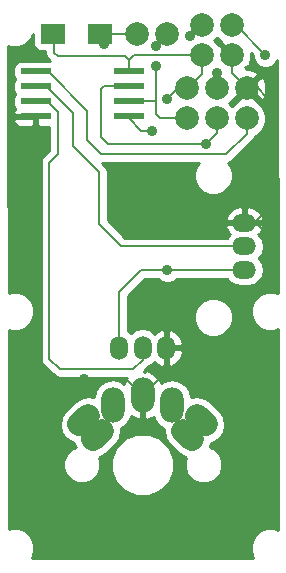
<source format=gbr>
G04 #@! TF.FileFunction,Copper,L1,Top,Signal*
%FSLAX46Y46*%
G04 Gerber Fmt 4.6, Leading zero omitted, Abs format (unit mm)*
G04 Created by KiCad (PCBNEW 4.0.1-stable) date 2018/04/09 0:13:58*
%MOMM*%
G01*
G04 APERTURE LIST*
%ADD10C,0.100000*%
%ADD11C,2.000000*%
%ADD12R,2.000000X1.700000*%
%ADD13C,2.000000*%
%ADD14O,2.000000X3.000000*%
%ADD15O,1.500000X2.000000*%
%ADD16O,2.000000X1.500000*%
%ADD17R,2.500000X0.500000*%
%ADD18C,0.889000*%
%ADD19C,0.203200*%
%ADD20C,0.254000*%
G04 APERTURE END LIST*
D10*
D11*
X148030000Y-92500000D03*
X150570000Y-92500000D03*
X157340000Y-99670000D03*
X157340000Y-97130000D03*
X152260000Y-99670000D03*
X152260000Y-97130000D03*
X154800000Y-99670000D03*
X154800000Y-97130000D03*
X153520000Y-91800000D03*
X156060000Y-91800000D03*
X153520000Y-94340000D03*
X156060000Y-94340000D03*
D12*
X140900000Y-92500000D03*
X144900000Y-92500000D03*
D13*
X153146447Y-124846447D02*
X153853553Y-125553553D01*
X143146447Y-125553553D02*
X143853553Y-124846447D01*
D14*
X148500000Y-123100000D03*
D13*
X151956447Y-126106447D02*
X152663553Y-126813553D01*
D14*
X145960000Y-123920000D03*
X150980000Y-123920000D03*
D13*
X144336447Y-126813553D02*
X145043553Y-126106447D01*
D15*
X146500000Y-119100000D03*
X150500000Y-119100000D03*
D16*
X157100000Y-108500000D03*
X157100000Y-112500000D03*
D15*
X148500000Y-119100000D03*
D16*
X157100000Y-110500000D03*
D17*
X139450000Y-95690000D03*
X139450000Y-96960000D03*
X139450000Y-98230000D03*
X139450000Y-99500000D03*
X147350000Y-99500000D03*
X147350000Y-98230000D03*
X147350000Y-96960000D03*
X147350000Y-95690000D03*
D18*
X147700000Y-104800000D03*
X152600000Y-114700000D03*
X157100000Y-122000000D03*
X156900000Y-131700000D03*
X154000000Y-134600000D03*
X142900000Y-134700000D03*
X139500000Y-131600000D03*
X152800000Y-108500000D03*
X159000000Y-104900000D03*
X143500000Y-121700000D03*
X139450000Y-111700000D03*
X139450000Y-101400000D03*
X149600000Y-93500000D03*
X149600000Y-95200000D03*
X150600000Y-112500000D03*
X150600000Y-98000000D03*
X158900000Y-94300000D03*
X153900000Y-101800000D03*
X149300000Y-100700000D03*
X152500000Y-92700000D03*
X154800000Y-95800000D03*
X145200000Y-93400000D03*
D19*
X157100000Y-122000000D02*
X157100000Y-114700000D01*
X154000000Y-134600000D02*
X156900000Y-131700000D01*
X142600000Y-134700000D02*
X142900000Y-134700000D01*
X139500000Y-131600000D02*
X142600000Y-134700000D01*
X157100000Y-108500000D02*
X152800000Y-108500000D01*
X143500000Y-121700000D02*
X143500000Y-121800000D01*
X139450000Y-99500000D02*
X139450000Y-101400000D01*
X139450000Y-101400000D02*
X139450000Y-111700000D01*
X139450000Y-111700000D02*
X139450000Y-120050000D01*
X147200000Y-121800000D02*
X148500000Y-123100000D01*
X141200000Y-121800000D02*
X143500000Y-121800000D01*
X143500000Y-121800000D02*
X147200000Y-121800000D01*
X139450000Y-120050000D02*
X141200000Y-121800000D01*
X157340000Y-97130000D02*
X158230000Y-97130000D01*
X158230000Y-97130000D02*
X159000000Y-97900000D01*
X159000000Y-107400000D02*
X157900000Y-108500000D01*
X159000000Y-97900000D02*
X159000000Y-104900000D01*
X159000000Y-104900000D02*
X159000000Y-107400000D01*
X157900000Y-108500000D02*
X157100000Y-108500000D01*
X157100000Y-108500000D02*
X158100000Y-108500000D01*
X150500000Y-116100000D02*
X150500000Y-119100000D01*
X151900000Y-114700000D02*
X150500000Y-116100000D01*
X157100000Y-114700000D02*
X152600000Y-114700000D01*
X152600000Y-114700000D02*
X151900000Y-114700000D01*
X158900000Y-112900000D02*
X157100000Y-114700000D01*
X158900000Y-109300000D02*
X158900000Y-112900000D01*
X158100000Y-108500000D02*
X158900000Y-109300000D01*
X150500000Y-119100000D02*
X150500000Y-121100000D01*
X150500000Y-121100000D02*
X148500000Y-123100000D01*
X156060000Y-94340000D02*
X156060000Y-95850000D01*
X156060000Y-95850000D02*
X157340000Y-97130000D01*
X139450000Y-95690000D02*
X140490000Y-95690000D01*
X140490000Y-95690000D02*
X143800000Y-99000000D01*
X143800000Y-99000000D02*
X143800000Y-101500000D01*
X143800000Y-101500000D02*
X145000000Y-102700000D01*
X145000000Y-102700000D02*
X155600000Y-102700000D01*
X155600000Y-102700000D02*
X157340000Y-100960000D01*
X157340000Y-100960000D02*
X157340000Y-99670000D01*
X147350000Y-98230000D02*
X149600000Y-98230000D01*
X149600000Y-98230000D02*
X149600000Y-98200000D01*
X150570000Y-92500000D02*
X150570000Y-92530000D01*
X150570000Y-92530000D02*
X149600000Y-93500000D01*
X149600000Y-95200000D02*
X149600000Y-98200000D01*
X149600000Y-98200000D02*
X149600000Y-99300000D01*
X149600000Y-99300000D02*
X149970000Y-99670000D01*
X149970000Y-99670000D02*
X152260000Y-99670000D01*
X152260000Y-97130000D02*
X151470000Y-97130000D01*
X151470000Y-97130000D02*
X150600000Y-98000000D01*
X157100000Y-112500000D02*
X150600000Y-112500000D01*
X150600000Y-112500000D02*
X148400000Y-112500000D01*
X146500000Y-114400000D02*
X146500000Y-119100000D01*
X148400000Y-112500000D02*
X146500000Y-114400000D01*
X153520000Y-94340000D02*
X153520000Y-95870000D01*
X153520000Y-95870000D02*
X152260000Y-97130000D01*
X147350000Y-94800000D02*
X147350000Y-94750000D01*
X147350000Y-94750000D02*
X147760000Y-94340000D01*
X147760000Y-94340000D02*
X153520000Y-94340000D01*
X147350000Y-95690000D02*
X147350000Y-94800000D01*
X141000000Y-94100000D02*
X141000000Y-92600000D01*
X141300000Y-94400000D02*
X141000000Y-94100000D01*
X147000000Y-94400000D02*
X141300000Y-94400000D01*
X147350000Y-94750000D02*
X147000000Y-94400000D01*
X141000000Y-92600000D02*
X140900000Y-92500000D01*
X156060000Y-91800000D02*
X156400000Y-91800000D01*
X156400000Y-91800000D02*
X158900000Y-94300000D01*
X147350000Y-96960000D02*
X145240000Y-96960000D01*
X154800000Y-100900000D02*
X154800000Y-99670000D01*
X153900000Y-101800000D02*
X154800000Y-100900000D01*
X145600000Y-101800000D02*
X153900000Y-101800000D01*
X145000000Y-101200000D02*
X145600000Y-101800000D01*
X145000000Y-97200000D02*
X145000000Y-101200000D01*
X145240000Y-96960000D02*
X145000000Y-97200000D01*
X147350000Y-99500000D02*
X147350000Y-99650000D01*
X147350000Y-99650000D02*
X148400000Y-100700000D01*
X148400000Y-100700000D02*
X149300000Y-100700000D01*
X153520000Y-91800000D02*
X153400000Y-91800000D01*
X153400000Y-91800000D02*
X152500000Y-92700000D01*
X154800000Y-95800000D02*
X154800000Y-97130000D01*
X139450000Y-96960000D02*
X140360000Y-96960000D01*
X140360000Y-96960000D02*
X142600000Y-99200000D01*
X142600000Y-99200000D02*
X142600000Y-102000000D01*
X142600000Y-102000000D02*
X144800000Y-104200000D01*
X144800000Y-104200000D02*
X144800000Y-108600000D01*
X144800000Y-108600000D02*
X146700000Y-110500000D01*
X146700000Y-110500000D02*
X157100000Y-110500000D01*
X139450000Y-98230000D02*
X140430000Y-98230000D01*
X140430000Y-98230000D02*
X141300000Y-99100000D01*
X147700000Y-120900000D02*
X148500000Y-120100000D01*
X141500000Y-120900000D02*
X147700000Y-120900000D01*
X140600000Y-120000000D02*
X141500000Y-120900000D01*
X140600000Y-103400000D02*
X140600000Y-120000000D01*
X141300000Y-102700000D02*
X140600000Y-103400000D01*
X141300000Y-99100000D02*
X141300000Y-102700000D01*
X148500000Y-120100000D02*
X148500000Y-119100000D01*
X139450000Y-98230000D02*
X138470000Y-98230000D01*
X148500000Y-119800000D02*
X148500000Y-119100000D01*
X144900000Y-92500000D02*
X144900000Y-93100000D01*
X144900000Y-93100000D02*
X145200000Y-93400000D01*
X144900000Y-92500000D02*
X148030000Y-92500000D01*
D20*
G36*
X139252560Y-93350000D02*
X139296838Y-93585317D01*
X139435910Y-93801441D01*
X139648110Y-93946431D01*
X139900000Y-93997440D01*
X140263400Y-93997440D01*
X140263400Y-94100000D01*
X140319470Y-94381885D01*
X140479145Y-94620855D01*
X140650850Y-94792560D01*
X138200000Y-94792560D01*
X137964683Y-94836838D01*
X137748559Y-94975910D01*
X137603569Y-95188110D01*
X137552560Y-95440000D01*
X137552560Y-95940000D01*
X137596838Y-96175317D01*
X137693817Y-96326027D01*
X137603569Y-96458110D01*
X137552560Y-96710000D01*
X137552560Y-97210000D01*
X137596838Y-97445317D01*
X137693817Y-97596027D01*
X137603569Y-97728110D01*
X137552560Y-97980000D01*
X137552560Y-98480000D01*
X137596838Y-98715317D01*
X137690736Y-98861239D01*
X137661673Y-98890302D01*
X137565000Y-99123691D01*
X137565000Y-99216250D01*
X137723750Y-99375000D01*
X139323000Y-99375000D01*
X139323000Y-99353000D01*
X139577000Y-99353000D01*
X139577000Y-99375000D01*
X139597000Y-99375000D01*
X139597000Y-99625000D01*
X139577000Y-99625000D01*
X139577000Y-100226250D01*
X139735750Y-100385000D01*
X140563400Y-100385000D01*
X140563400Y-102394890D01*
X140079145Y-102879145D01*
X139919470Y-103118115D01*
X139863400Y-103400000D01*
X139863400Y-120000000D01*
X139919470Y-120281885D01*
X140079145Y-120520855D01*
X140979145Y-121420855D01*
X141218115Y-121580530D01*
X141500000Y-121636600D01*
X147211427Y-121636600D01*
X147038058Y-121856980D01*
X146964044Y-122120440D01*
X146585687Y-121867630D01*
X145960000Y-121743173D01*
X145334313Y-121867630D01*
X144803880Y-122222053D01*
X144449457Y-122752486D01*
X144345743Y-123273890D01*
X143883130Y-123181870D01*
X143257442Y-123306327D01*
X142727010Y-123660751D01*
X141960750Y-124427010D01*
X141606327Y-124957442D01*
X141481869Y-125583130D01*
X141606327Y-126208818D01*
X141960750Y-126739250D01*
X142491182Y-127093673D01*
X142731202Y-127141416D01*
X142796327Y-127468818D01*
X142830231Y-127519559D01*
X142408800Y-127693691D01*
X141975213Y-128126521D01*
X141740268Y-128692331D01*
X141739734Y-129304981D01*
X141973691Y-129871200D01*
X142406521Y-130304787D01*
X142972331Y-130539732D01*
X143584981Y-130540266D01*
X143645650Y-130515198D01*
X143720030Y-130515263D01*
X144277058Y-130285104D01*
X144703606Y-129859299D01*
X144843322Y-129522825D01*
X145859542Y-129522825D01*
X146260612Y-130493486D01*
X147002607Y-131236778D01*
X147972568Y-131639541D01*
X149022825Y-131640458D01*
X149993486Y-131239388D01*
X150736778Y-130497393D01*
X151139541Y-129527432D01*
X151140458Y-128477175D01*
X150739388Y-127506514D01*
X149997393Y-126763222D01*
X149027432Y-126360459D01*
X147977175Y-126359542D01*
X147006514Y-126760612D01*
X146263222Y-127502607D01*
X145860459Y-128472568D01*
X145859542Y-129522825D01*
X144843322Y-129522825D01*
X144934737Y-129302674D01*
X144935263Y-128699970D01*
X144802838Y-128379476D01*
X144932558Y-128353673D01*
X145462990Y-127999250D01*
X146229249Y-127232990D01*
X146583673Y-126702558D01*
X146708130Y-126076870D01*
X146675418Y-125912414D01*
X147116120Y-125617947D01*
X147470543Y-125087514D01*
X147510069Y-124888803D01*
X147991645Y-125159144D01*
X148119566Y-125190124D01*
X148373000Y-125070777D01*
X148373000Y-123227000D01*
X148353000Y-123227000D01*
X148353000Y-122973000D01*
X148373000Y-122973000D01*
X148373000Y-122953000D01*
X148627000Y-122953000D01*
X148627000Y-122973000D01*
X148647000Y-122973000D01*
X148647000Y-123227000D01*
X148627000Y-123227000D01*
X148627000Y-125070777D01*
X148880434Y-125190124D01*
X149008355Y-125159144D01*
X149435958Y-124919102D01*
X149469457Y-125087514D01*
X149823880Y-125617947D01*
X150317543Y-125947801D01*
X150291869Y-126076870D01*
X150416327Y-126702558D01*
X150770750Y-127232990D01*
X151537010Y-127999249D01*
X152067442Y-128353673D01*
X152197240Y-128379491D01*
X152065263Y-128697326D01*
X152064737Y-129300030D01*
X152294896Y-129857058D01*
X152720701Y-130283606D01*
X153277326Y-130514737D01*
X153352294Y-130514802D01*
X153412331Y-130539732D01*
X154024981Y-130540266D01*
X154591200Y-130306309D01*
X155024787Y-129873479D01*
X155259732Y-129307669D01*
X155260266Y-128695019D01*
X155026309Y-128128800D01*
X154593479Y-127695213D01*
X154169918Y-127519335D01*
X154203673Y-127468817D01*
X154268797Y-127141416D01*
X154508817Y-127093673D01*
X155039249Y-126739249D01*
X155393673Y-126208817D01*
X155518130Y-125583130D01*
X155393673Y-124957442D01*
X155039249Y-124427010D01*
X154272990Y-123660750D01*
X153742558Y-123306327D01*
X153116870Y-123181869D01*
X152596540Y-123285370D01*
X152490543Y-122752486D01*
X152136120Y-122222053D01*
X151605687Y-121867630D01*
X150980000Y-121743173D01*
X150354313Y-121867630D01*
X150026473Y-122086685D01*
X149961942Y-121856980D01*
X149566317Y-121354078D01*
X149008355Y-121040856D01*
X148880434Y-121009876D01*
X148627002Y-121129222D01*
X148627002Y-121014708D01*
X148967712Y-120673998D01*
X149030017Y-120661605D01*
X149479343Y-120361375D01*
X149512638Y-120311546D01*
X149583106Y-120402736D01*
X150055765Y-120673481D01*
X150158815Y-120692318D01*
X150373000Y-120569656D01*
X150373000Y-119227000D01*
X150627000Y-119227000D01*
X150627000Y-120569656D01*
X150841185Y-120692318D01*
X150944235Y-120673481D01*
X151416894Y-120402736D01*
X151749964Y-119971721D01*
X151892739Y-119446055D01*
X151731868Y-119227000D01*
X150627000Y-119227000D01*
X150373000Y-119227000D01*
X150353000Y-119227000D01*
X150353000Y-118973000D01*
X150373000Y-118973000D01*
X150373000Y-117630344D01*
X150627000Y-117630344D01*
X150627000Y-118973000D01*
X151731868Y-118973000D01*
X151892739Y-118753945D01*
X151749964Y-118228279D01*
X151416894Y-117797264D01*
X150944235Y-117526519D01*
X150841185Y-117507682D01*
X150627000Y-117630344D01*
X150373000Y-117630344D01*
X150158815Y-117507682D01*
X150055765Y-117526519D01*
X149583106Y-117797264D01*
X149512638Y-117888454D01*
X149479343Y-117838625D01*
X149030017Y-117538395D01*
X148500000Y-117432968D01*
X147969983Y-117538395D01*
X147520657Y-117838625D01*
X147500000Y-117869540D01*
X147479343Y-117838625D01*
X147236600Y-117676429D01*
X147236600Y-116824785D01*
X152859716Y-116824785D01*
X153108865Y-117427771D01*
X153569802Y-117889513D01*
X154172353Y-118139714D01*
X154824785Y-118140284D01*
X155427771Y-117891135D01*
X155889513Y-117430198D01*
X156139714Y-116827647D01*
X156140284Y-116175215D01*
X155891135Y-115572229D01*
X155430198Y-115110487D01*
X154827647Y-114860286D01*
X154175215Y-114859716D01*
X153572229Y-115108865D01*
X153110487Y-115569802D01*
X152860286Y-116172353D01*
X152859716Y-116824785D01*
X147236600Y-116824785D01*
X147236600Y-114705110D01*
X148705110Y-113236600D01*
X149810002Y-113236600D01*
X149987714Y-113414622D01*
X150384332Y-113579313D01*
X150813784Y-113579687D01*
X151210689Y-113415689D01*
X151390091Y-113236600D01*
X155676429Y-113236600D01*
X155838625Y-113479343D01*
X156287951Y-113779573D01*
X156817968Y-113885000D01*
X157382032Y-113885000D01*
X157912049Y-113779573D01*
X158361375Y-113479343D01*
X158661605Y-113030017D01*
X158767032Y-112500000D01*
X158661605Y-111969983D01*
X158361375Y-111520657D01*
X158330460Y-111500000D01*
X158361375Y-111479343D01*
X158661605Y-111030017D01*
X158767032Y-110500000D01*
X158661605Y-109969983D01*
X158361375Y-109520657D01*
X158311546Y-109487362D01*
X158402736Y-109416894D01*
X158673481Y-108944235D01*
X158692318Y-108841185D01*
X158569656Y-108627000D01*
X157227000Y-108627000D01*
X157227000Y-108647000D01*
X156973000Y-108647000D01*
X156973000Y-108627000D01*
X155630344Y-108627000D01*
X155507682Y-108841185D01*
X155526519Y-108944235D01*
X155797264Y-109416894D01*
X155888454Y-109487362D01*
X155838625Y-109520657D01*
X155676429Y-109763400D01*
X147005110Y-109763400D01*
X145536600Y-108294890D01*
X145536600Y-108158815D01*
X155507682Y-108158815D01*
X155630344Y-108373000D01*
X156973000Y-108373000D01*
X156973000Y-107268132D01*
X157227000Y-107268132D01*
X157227000Y-108373000D01*
X158569656Y-108373000D01*
X158692318Y-108158815D01*
X158673481Y-108055765D01*
X158402736Y-107583106D01*
X157971721Y-107250036D01*
X157446055Y-107107261D01*
X157227000Y-107268132D01*
X156973000Y-107268132D01*
X156753945Y-107107261D01*
X156228279Y-107250036D01*
X155797264Y-107583106D01*
X155526519Y-108055765D01*
X155507682Y-108158815D01*
X145536600Y-108158815D01*
X145536600Y-104200000D01*
X145480530Y-103918115D01*
X145320855Y-103679145D01*
X145078310Y-103436600D01*
X153243922Y-103436600D01*
X153110487Y-103569802D01*
X152860286Y-104172353D01*
X152859716Y-104824785D01*
X153108865Y-105427771D01*
X153569802Y-105889513D01*
X154172353Y-106139714D01*
X154824785Y-106140284D01*
X155427771Y-105891135D01*
X155889513Y-105430198D01*
X156139714Y-104827647D01*
X156140284Y-104175215D01*
X155891135Y-103572229D01*
X155729941Y-103410753D01*
X155881885Y-103380530D01*
X156120855Y-103220855D01*
X157860855Y-101480855D01*
X157973489Y-101312286D01*
X158020530Y-101241885D01*
X158038735Y-101150361D01*
X158264943Y-101056894D01*
X158725278Y-100597363D01*
X158974716Y-99996648D01*
X158975284Y-99346205D01*
X158726894Y-98745057D01*
X158300022Y-98317438D01*
X158312927Y-98282532D01*
X157340000Y-97309605D01*
X156367073Y-98282532D01*
X156380164Y-98317938D01*
X156069801Y-98627759D01*
X155842241Y-98399801D01*
X156152562Y-98090022D01*
X156187468Y-98102927D01*
X157160395Y-97130000D01*
X157519605Y-97130000D01*
X158492532Y-98102927D01*
X158759387Y-98004264D01*
X158985908Y-97394539D01*
X158961856Y-96744540D01*
X158759387Y-96255736D01*
X158492532Y-96157073D01*
X157519605Y-97130000D01*
X157160395Y-97130000D01*
X157146253Y-97115858D01*
X157325858Y-96936253D01*
X157340000Y-96950395D01*
X158312927Y-95977468D01*
X158214264Y-95710613D01*
X157604539Y-95484092D01*
X157257070Y-95496950D01*
X157326814Y-95427206D01*
X157212534Y-95312926D01*
X157479387Y-95214264D01*
X157705908Y-94604539D01*
X157688351Y-94130061D01*
X157820532Y-94262242D01*
X157820313Y-94513784D01*
X157984311Y-94910689D01*
X158287714Y-95214622D01*
X158684332Y-95379313D01*
X159113784Y-95379687D01*
X159510689Y-95215689D01*
X159814622Y-94912286D01*
X159881156Y-94752056D01*
X159924050Y-114483363D01*
X159627647Y-114360286D01*
X158975215Y-114359716D01*
X158372229Y-114608865D01*
X157910487Y-115069802D01*
X157660286Y-115672353D01*
X157659716Y-116324785D01*
X157908865Y-116927771D01*
X158369802Y-117389513D01*
X158972353Y-117639714D01*
X159624785Y-117640284D01*
X159930638Y-117513908D01*
X159967567Y-134501433D01*
X159627647Y-134360286D01*
X158975215Y-134359716D01*
X158372229Y-134608865D01*
X157910487Y-135069802D01*
X157660286Y-135672353D01*
X157659716Y-136324785D01*
X157886234Y-136873000D01*
X139113264Y-136873000D01*
X139339714Y-136327647D01*
X139340284Y-135675215D01*
X139091135Y-135072229D01*
X138630198Y-134610487D01*
X138027647Y-134360286D01*
X137375215Y-134359716D01*
X137221399Y-134423271D01*
X137184744Y-117561812D01*
X137372353Y-117639714D01*
X138024785Y-117640284D01*
X138627771Y-117391135D01*
X139089513Y-116930198D01*
X139339714Y-116327647D01*
X139340284Y-115675215D01*
X139091135Y-115072229D01*
X138630198Y-114610487D01*
X138027647Y-114360286D01*
X137375215Y-114359716D01*
X137177960Y-114441220D01*
X137146097Y-99783750D01*
X137565000Y-99783750D01*
X137565000Y-99876309D01*
X137661673Y-100109698D01*
X137840301Y-100288327D01*
X138073690Y-100385000D01*
X139164250Y-100385000D01*
X139323000Y-100226250D01*
X139323000Y-99625000D01*
X137723750Y-99625000D01*
X137565000Y-99783750D01*
X137146097Y-99783750D01*
X137132523Y-93540128D01*
X137372353Y-93639714D01*
X138024785Y-93640284D01*
X138627771Y-93391135D01*
X139089513Y-92930198D01*
X139252560Y-92537537D01*
X139252560Y-93350000D01*
X139252560Y-93350000D01*
G37*
X139252560Y-93350000D02*
X139296838Y-93585317D01*
X139435910Y-93801441D01*
X139648110Y-93946431D01*
X139900000Y-93997440D01*
X140263400Y-93997440D01*
X140263400Y-94100000D01*
X140319470Y-94381885D01*
X140479145Y-94620855D01*
X140650850Y-94792560D01*
X138200000Y-94792560D01*
X137964683Y-94836838D01*
X137748559Y-94975910D01*
X137603569Y-95188110D01*
X137552560Y-95440000D01*
X137552560Y-95940000D01*
X137596838Y-96175317D01*
X137693817Y-96326027D01*
X137603569Y-96458110D01*
X137552560Y-96710000D01*
X137552560Y-97210000D01*
X137596838Y-97445317D01*
X137693817Y-97596027D01*
X137603569Y-97728110D01*
X137552560Y-97980000D01*
X137552560Y-98480000D01*
X137596838Y-98715317D01*
X137690736Y-98861239D01*
X137661673Y-98890302D01*
X137565000Y-99123691D01*
X137565000Y-99216250D01*
X137723750Y-99375000D01*
X139323000Y-99375000D01*
X139323000Y-99353000D01*
X139577000Y-99353000D01*
X139577000Y-99375000D01*
X139597000Y-99375000D01*
X139597000Y-99625000D01*
X139577000Y-99625000D01*
X139577000Y-100226250D01*
X139735750Y-100385000D01*
X140563400Y-100385000D01*
X140563400Y-102394890D01*
X140079145Y-102879145D01*
X139919470Y-103118115D01*
X139863400Y-103400000D01*
X139863400Y-120000000D01*
X139919470Y-120281885D01*
X140079145Y-120520855D01*
X140979145Y-121420855D01*
X141218115Y-121580530D01*
X141500000Y-121636600D01*
X147211427Y-121636600D01*
X147038058Y-121856980D01*
X146964044Y-122120440D01*
X146585687Y-121867630D01*
X145960000Y-121743173D01*
X145334313Y-121867630D01*
X144803880Y-122222053D01*
X144449457Y-122752486D01*
X144345743Y-123273890D01*
X143883130Y-123181870D01*
X143257442Y-123306327D01*
X142727010Y-123660751D01*
X141960750Y-124427010D01*
X141606327Y-124957442D01*
X141481869Y-125583130D01*
X141606327Y-126208818D01*
X141960750Y-126739250D01*
X142491182Y-127093673D01*
X142731202Y-127141416D01*
X142796327Y-127468818D01*
X142830231Y-127519559D01*
X142408800Y-127693691D01*
X141975213Y-128126521D01*
X141740268Y-128692331D01*
X141739734Y-129304981D01*
X141973691Y-129871200D01*
X142406521Y-130304787D01*
X142972331Y-130539732D01*
X143584981Y-130540266D01*
X143645650Y-130515198D01*
X143720030Y-130515263D01*
X144277058Y-130285104D01*
X144703606Y-129859299D01*
X144843322Y-129522825D01*
X145859542Y-129522825D01*
X146260612Y-130493486D01*
X147002607Y-131236778D01*
X147972568Y-131639541D01*
X149022825Y-131640458D01*
X149993486Y-131239388D01*
X150736778Y-130497393D01*
X151139541Y-129527432D01*
X151140458Y-128477175D01*
X150739388Y-127506514D01*
X149997393Y-126763222D01*
X149027432Y-126360459D01*
X147977175Y-126359542D01*
X147006514Y-126760612D01*
X146263222Y-127502607D01*
X145860459Y-128472568D01*
X145859542Y-129522825D01*
X144843322Y-129522825D01*
X144934737Y-129302674D01*
X144935263Y-128699970D01*
X144802838Y-128379476D01*
X144932558Y-128353673D01*
X145462990Y-127999250D01*
X146229249Y-127232990D01*
X146583673Y-126702558D01*
X146708130Y-126076870D01*
X146675418Y-125912414D01*
X147116120Y-125617947D01*
X147470543Y-125087514D01*
X147510069Y-124888803D01*
X147991645Y-125159144D01*
X148119566Y-125190124D01*
X148373000Y-125070777D01*
X148373000Y-123227000D01*
X148353000Y-123227000D01*
X148353000Y-122973000D01*
X148373000Y-122973000D01*
X148373000Y-122953000D01*
X148627000Y-122953000D01*
X148627000Y-122973000D01*
X148647000Y-122973000D01*
X148647000Y-123227000D01*
X148627000Y-123227000D01*
X148627000Y-125070777D01*
X148880434Y-125190124D01*
X149008355Y-125159144D01*
X149435958Y-124919102D01*
X149469457Y-125087514D01*
X149823880Y-125617947D01*
X150317543Y-125947801D01*
X150291869Y-126076870D01*
X150416327Y-126702558D01*
X150770750Y-127232990D01*
X151537010Y-127999249D01*
X152067442Y-128353673D01*
X152197240Y-128379491D01*
X152065263Y-128697326D01*
X152064737Y-129300030D01*
X152294896Y-129857058D01*
X152720701Y-130283606D01*
X153277326Y-130514737D01*
X153352294Y-130514802D01*
X153412331Y-130539732D01*
X154024981Y-130540266D01*
X154591200Y-130306309D01*
X155024787Y-129873479D01*
X155259732Y-129307669D01*
X155260266Y-128695019D01*
X155026309Y-128128800D01*
X154593479Y-127695213D01*
X154169918Y-127519335D01*
X154203673Y-127468817D01*
X154268797Y-127141416D01*
X154508817Y-127093673D01*
X155039249Y-126739249D01*
X155393673Y-126208817D01*
X155518130Y-125583130D01*
X155393673Y-124957442D01*
X155039249Y-124427010D01*
X154272990Y-123660750D01*
X153742558Y-123306327D01*
X153116870Y-123181869D01*
X152596540Y-123285370D01*
X152490543Y-122752486D01*
X152136120Y-122222053D01*
X151605687Y-121867630D01*
X150980000Y-121743173D01*
X150354313Y-121867630D01*
X150026473Y-122086685D01*
X149961942Y-121856980D01*
X149566317Y-121354078D01*
X149008355Y-121040856D01*
X148880434Y-121009876D01*
X148627002Y-121129222D01*
X148627002Y-121014708D01*
X148967712Y-120673998D01*
X149030017Y-120661605D01*
X149479343Y-120361375D01*
X149512638Y-120311546D01*
X149583106Y-120402736D01*
X150055765Y-120673481D01*
X150158815Y-120692318D01*
X150373000Y-120569656D01*
X150373000Y-119227000D01*
X150627000Y-119227000D01*
X150627000Y-120569656D01*
X150841185Y-120692318D01*
X150944235Y-120673481D01*
X151416894Y-120402736D01*
X151749964Y-119971721D01*
X151892739Y-119446055D01*
X151731868Y-119227000D01*
X150627000Y-119227000D01*
X150373000Y-119227000D01*
X150353000Y-119227000D01*
X150353000Y-118973000D01*
X150373000Y-118973000D01*
X150373000Y-117630344D01*
X150627000Y-117630344D01*
X150627000Y-118973000D01*
X151731868Y-118973000D01*
X151892739Y-118753945D01*
X151749964Y-118228279D01*
X151416894Y-117797264D01*
X150944235Y-117526519D01*
X150841185Y-117507682D01*
X150627000Y-117630344D01*
X150373000Y-117630344D01*
X150158815Y-117507682D01*
X150055765Y-117526519D01*
X149583106Y-117797264D01*
X149512638Y-117888454D01*
X149479343Y-117838625D01*
X149030017Y-117538395D01*
X148500000Y-117432968D01*
X147969983Y-117538395D01*
X147520657Y-117838625D01*
X147500000Y-117869540D01*
X147479343Y-117838625D01*
X147236600Y-117676429D01*
X147236600Y-116824785D01*
X152859716Y-116824785D01*
X153108865Y-117427771D01*
X153569802Y-117889513D01*
X154172353Y-118139714D01*
X154824785Y-118140284D01*
X155427771Y-117891135D01*
X155889513Y-117430198D01*
X156139714Y-116827647D01*
X156140284Y-116175215D01*
X155891135Y-115572229D01*
X155430198Y-115110487D01*
X154827647Y-114860286D01*
X154175215Y-114859716D01*
X153572229Y-115108865D01*
X153110487Y-115569802D01*
X152860286Y-116172353D01*
X152859716Y-116824785D01*
X147236600Y-116824785D01*
X147236600Y-114705110D01*
X148705110Y-113236600D01*
X149810002Y-113236600D01*
X149987714Y-113414622D01*
X150384332Y-113579313D01*
X150813784Y-113579687D01*
X151210689Y-113415689D01*
X151390091Y-113236600D01*
X155676429Y-113236600D01*
X155838625Y-113479343D01*
X156287951Y-113779573D01*
X156817968Y-113885000D01*
X157382032Y-113885000D01*
X157912049Y-113779573D01*
X158361375Y-113479343D01*
X158661605Y-113030017D01*
X158767032Y-112500000D01*
X158661605Y-111969983D01*
X158361375Y-111520657D01*
X158330460Y-111500000D01*
X158361375Y-111479343D01*
X158661605Y-111030017D01*
X158767032Y-110500000D01*
X158661605Y-109969983D01*
X158361375Y-109520657D01*
X158311546Y-109487362D01*
X158402736Y-109416894D01*
X158673481Y-108944235D01*
X158692318Y-108841185D01*
X158569656Y-108627000D01*
X157227000Y-108627000D01*
X157227000Y-108647000D01*
X156973000Y-108647000D01*
X156973000Y-108627000D01*
X155630344Y-108627000D01*
X155507682Y-108841185D01*
X155526519Y-108944235D01*
X155797264Y-109416894D01*
X155888454Y-109487362D01*
X155838625Y-109520657D01*
X155676429Y-109763400D01*
X147005110Y-109763400D01*
X145536600Y-108294890D01*
X145536600Y-108158815D01*
X155507682Y-108158815D01*
X155630344Y-108373000D01*
X156973000Y-108373000D01*
X156973000Y-107268132D01*
X157227000Y-107268132D01*
X157227000Y-108373000D01*
X158569656Y-108373000D01*
X158692318Y-108158815D01*
X158673481Y-108055765D01*
X158402736Y-107583106D01*
X157971721Y-107250036D01*
X157446055Y-107107261D01*
X157227000Y-107268132D01*
X156973000Y-107268132D01*
X156753945Y-107107261D01*
X156228279Y-107250036D01*
X155797264Y-107583106D01*
X155526519Y-108055765D01*
X155507682Y-108158815D01*
X145536600Y-108158815D01*
X145536600Y-104200000D01*
X145480530Y-103918115D01*
X145320855Y-103679145D01*
X145078310Y-103436600D01*
X153243922Y-103436600D01*
X153110487Y-103569802D01*
X152860286Y-104172353D01*
X152859716Y-104824785D01*
X153108865Y-105427771D01*
X153569802Y-105889513D01*
X154172353Y-106139714D01*
X154824785Y-106140284D01*
X155427771Y-105891135D01*
X155889513Y-105430198D01*
X156139714Y-104827647D01*
X156140284Y-104175215D01*
X155891135Y-103572229D01*
X155729941Y-103410753D01*
X155881885Y-103380530D01*
X156120855Y-103220855D01*
X157860855Y-101480855D01*
X157973489Y-101312286D01*
X158020530Y-101241885D01*
X158038735Y-101150361D01*
X158264943Y-101056894D01*
X158725278Y-100597363D01*
X158974716Y-99996648D01*
X158975284Y-99346205D01*
X158726894Y-98745057D01*
X158300022Y-98317438D01*
X158312927Y-98282532D01*
X157340000Y-97309605D01*
X156367073Y-98282532D01*
X156380164Y-98317938D01*
X156069801Y-98627759D01*
X155842241Y-98399801D01*
X156152562Y-98090022D01*
X156187468Y-98102927D01*
X157160395Y-97130000D01*
X157519605Y-97130000D01*
X158492532Y-98102927D01*
X158759387Y-98004264D01*
X158985908Y-97394539D01*
X158961856Y-96744540D01*
X158759387Y-96255736D01*
X158492532Y-96157073D01*
X157519605Y-97130000D01*
X157160395Y-97130000D01*
X157146253Y-97115858D01*
X157325858Y-96936253D01*
X157340000Y-96950395D01*
X158312927Y-95977468D01*
X158214264Y-95710613D01*
X157604539Y-95484092D01*
X157257070Y-95496950D01*
X157326814Y-95427206D01*
X157212534Y-95312926D01*
X157479387Y-95214264D01*
X157705908Y-94604539D01*
X157688351Y-94130061D01*
X157820532Y-94262242D01*
X157820313Y-94513784D01*
X157984311Y-94910689D01*
X158287714Y-95214622D01*
X158684332Y-95379313D01*
X159113784Y-95379687D01*
X159510689Y-95215689D01*
X159814622Y-94912286D01*
X159881156Y-94752056D01*
X159924050Y-114483363D01*
X159627647Y-114360286D01*
X158975215Y-114359716D01*
X158372229Y-114608865D01*
X157910487Y-115069802D01*
X157660286Y-115672353D01*
X157659716Y-116324785D01*
X157908865Y-116927771D01*
X158369802Y-117389513D01*
X158972353Y-117639714D01*
X159624785Y-117640284D01*
X159930638Y-117513908D01*
X159967567Y-134501433D01*
X159627647Y-134360286D01*
X158975215Y-134359716D01*
X158372229Y-134608865D01*
X157910487Y-135069802D01*
X157660286Y-135672353D01*
X157659716Y-136324785D01*
X157886234Y-136873000D01*
X139113264Y-136873000D01*
X139339714Y-136327647D01*
X139340284Y-135675215D01*
X139091135Y-135072229D01*
X138630198Y-134610487D01*
X138027647Y-134360286D01*
X137375215Y-134359716D01*
X137221399Y-134423271D01*
X137184744Y-117561812D01*
X137372353Y-117639714D01*
X138024785Y-117640284D01*
X138627771Y-117391135D01*
X139089513Y-116930198D01*
X139339714Y-116327647D01*
X139340284Y-115675215D01*
X139091135Y-115072229D01*
X138630198Y-114610487D01*
X138027647Y-114360286D01*
X137375215Y-114359716D01*
X137177960Y-114441220D01*
X137146097Y-99783750D01*
X137565000Y-99783750D01*
X137565000Y-99876309D01*
X137661673Y-100109698D01*
X137840301Y-100288327D01*
X138073690Y-100385000D01*
X139164250Y-100385000D01*
X139323000Y-100226250D01*
X139323000Y-99625000D01*
X137723750Y-99625000D01*
X137565000Y-99783750D01*
X137146097Y-99783750D01*
X137132523Y-93540128D01*
X137372353Y-93639714D01*
X138024785Y-93640284D01*
X138627771Y-93391135D01*
X139089513Y-92930198D01*
X139252560Y-92537537D01*
X139252560Y-93350000D01*
G36*
X155099978Y-93152562D02*
X155087073Y-93187468D01*
X156060000Y-94160395D01*
X156074143Y-94146253D01*
X156253748Y-94325858D01*
X156239605Y-94340000D01*
X156253748Y-94354143D01*
X156074143Y-94533748D01*
X156060000Y-94519605D01*
X156045858Y-94533748D01*
X155866253Y-94354143D01*
X155880395Y-94340000D01*
X154907468Y-93367073D01*
X154872062Y-93380164D01*
X154562241Y-93069801D01*
X154790199Y-92842241D01*
X155099978Y-93152562D01*
X155099978Y-93152562D01*
G37*
X155099978Y-93152562D02*
X155087073Y-93187468D01*
X156060000Y-94160395D01*
X156074143Y-94146253D01*
X156253748Y-94325858D01*
X156239605Y-94340000D01*
X156253748Y-94354143D01*
X156074143Y-94533748D01*
X156060000Y-94519605D01*
X156045858Y-94533748D01*
X155866253Y-94354143D01*
X155880395Y-94340000D01*
X154907468Y-93367073D01*
X154872062Y-93380164D01*
X154562241Y-93069801D01*
X154790199Y-92842241D01*
X155099978Y-93152562D01*
M02*

</source>
